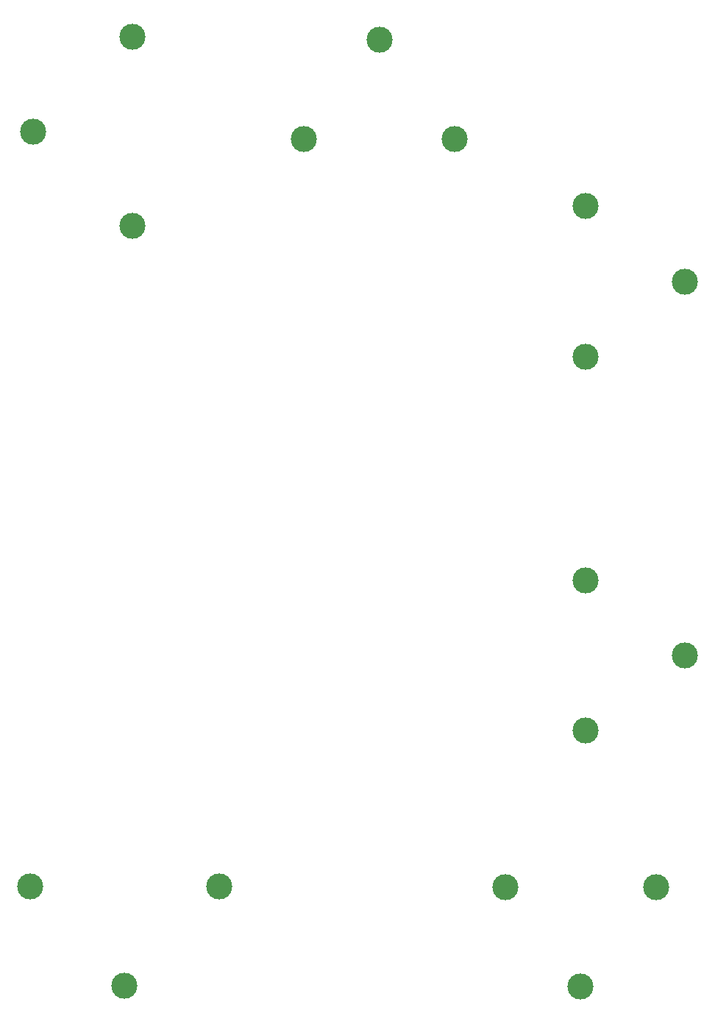
<source format=gbr>
%TF.GenerationSoftware,Altium Limited,Altium Designer,25.2.1 (25)*%
G04 Layer_Color=0*
%FSLAX45Y45*%
%MOMM*%
%TF.SameCoordinates,7DD24991-B9EC-4422-9666-2EE5E17A6B38*%
%TF.FilePolarity,Positive*%
%TF.FileFunction,NonPlated,1,2,NPTH,Drill*%
%TF.Part,Single*%
G01*
G75*
%TA.AperFunction,ComponentDrill*%
%ADD46C,2.99000*%
%ADD47C,2.99000*%
D46*
X4965700Y11874500D02*
D03*
X5830700Y10731500D02*
D03*
X4100700D02*
D03*
X2032500Y990200D02*
D03*
X945500Y2133200D02*
D03*
X3119500D02*
D03*
X7283200Y977500D02*
D03*
X6418200Y2120500D02*
D03*
X8148200D02*
D03*
D47*
X977900Y10821300D02*
D03*
X2120900Y11908300D02*
D03*
Y9734300D02*
D03*
X8483600Y4787900D02*
D03*
X7340600Y3922900D02*
D03*
Y5652900D02*
D03*
X8483600Y9093200D02*
D03*
X7340600Y8228200D02*
D03*
Y9958200D02*
D03*
%TF.MD5,2264e7b858a97a56f8cd3514c7e3136b*%
M02*

</source>
